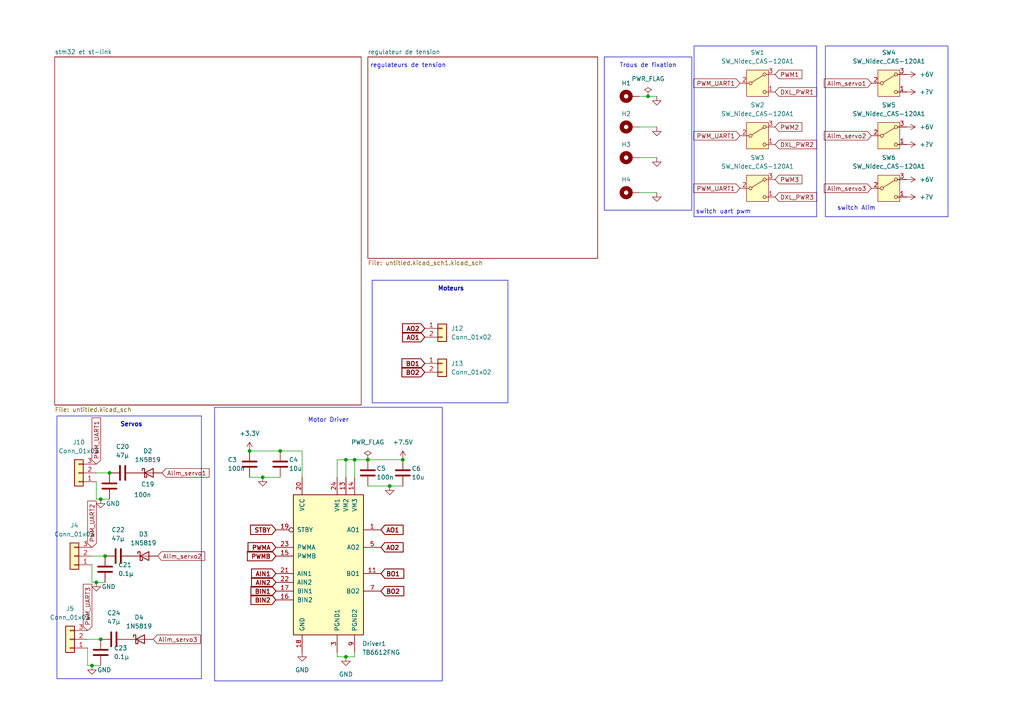
<source format=kicad_sch>
(kicad_sch (version 20250114) (generator "eeschema") (generator_version "9.0")
  (paper "A4")
  (title_block (title "pcb coupe de france servos et dc V1") (date "2025-06-24") (rev "Ouerfelli karim") (company "ARES"))
  (lib_symbols
    (symbol "Connector_Generic:Conn_01x02" (pin_names (offset 1.016) (hide yes))
      (property "Reference" "J" (at 0 2.54 0))
      (property "Value" "Conn_01x02" (at 0 -5.08 0))
      (symbol "Conn_01x02_1_1"
        (rectangle (start -1.27 1.27) (end 1.27 -3.81) (stroke (width 0.254)) (fill (type background)))
        (rectangle (start -1.27 0.127) (end 0 -0.127) (stroke (width 0.1524)))
        (rectangle (start -1.27 -2.413) (end 0 -2.667) (stroke (width 0.1524)))
        (pin passive line (at -5.08 0 0) (length 3.81) (name "Pin_1") (number "1"))
        (pin passive line (at -5.08 -2.54 0) (length 3.81) (name "Pin_2") (number "2"))
      )
    )
    (symbol "Connector_Generic:Conn_01x03" (pin_names (offset 1.016) (hide yes))
      (property "Reference" "J" (at 0 5.08 0))
      (property "Value" "Conn_01x03" (at 0 -5.08 0))
      (symbol "Conn_01x03_1_1"
        (rectangle (start -1.27 3.81) (end 1.27 -3.81) (stroke (width 0.254)) (fill (type background)))
        (rectangle (start -1.27 2.667) (end 0 2.413) (stroke (width 0.1524)))
        (rectangle (start -1.27 0.127) (end 0 -0.127) (stroke (width 0.1524)))
        (rectangle (start -1.27 -2.413) (end 0 -2.667) (stroke (width 0.1524)))
        (pin passive line (at -5.08 2.54 0) (length 3.81) (name "Pin_1") (number "1"))
        (pin passive line (at -5.08 0 0) (length 3.81) (name "Pin_2") (number "2"))
        (pin passive line (at -5.08 -2.54 0) (length 3.81) (name "Pin_3") (number "3"))
      )
    )
    (symbol "Device:C" (pin_numbers (hide yes)) (pin_names (offset 0.254))
      (property "Reference" "C" (at 0.635 2.54 0))
      (property "Value" "C" (at 0.635 -2.54 0))
      (symbol "C_0_1"
        (polyline (pts (xy -2.032 0.762) (xy 2.032 0.762)) (stroke (width 0.508)))
        (polyline (pts (xy -2.032 -0.762) (xy 2.032 -0.762)) (stroke (width 0.508)))
      )
      (symbol "C_1_1"
        (pin passive line (at 0 3.81 270) (length 2.794) (name "~") (number "1"))
        (pin passive line (at 0 -3.81 90) (length 2.794) (name "~") (number "2"))
      )
    )
    (symbol "Diode:1N5819" (pin_numbers (hide yes)) (pin_names (offset 1.016) (hide yes))
      (property "Reference" "D" (at 0 2.54 0))
      (property "Value" "1N5819" (at 0 -2.54 0))
      (symbol "1N5819_0_1"
        (polyline (pts (xy -1.905 0.635) (xy -1.905 1.27) (xy -1.27 1.27) (xy -1.27 -1.27) (xy -0.635 -1.27) (xy -0.635 -0.635)) (stroke (width 0.254)))
        (polyline (pts (xy 1.27 1.27) (xy 1.27 -1.27) (xy -1.27 0) (xy 1.27 1.27)) (stroke (width 0.254)))
        (polyline (pts (xy 1.27 0) (xy -1.27 0)))
      )
      (symbol "1N5819_1_1"
        (pin passive line (at -3.81 0 0) (length 2.54) (name "K") (number "1"))
        (pin passive line (at 3.81 0 180) (length 2.54) (name "A") (number "2"))
      )
    )
    (symbol "Driver_Motor:TB6612FNG" (pin_names (offset 1.016))
      (property "Reference" "U" (at 11.43 17.78 0))
      (property "Value" "TB6612FNG" (at 11.43 15.24 0))
      (symbol "TB6612FNG_0_1"
        (rectangle (start -10.16 20.32) (end 10.16 -20.32) (stroke (width 0.254)) (fill (type background)))
      )
      (symbol "TB6612FNG_1_1"
        (pin input inverted (at -15.24 10.16 0) (length 5.08) (name "STBY") (number "19"))
        (pin input line (at -15.24 5.08 0) (length 5.08) (name "PWMA") (number "23"))
        (pin input line (at -15.24 2.54 0) (length 5.08) (name "PWMB") (number "15"))
        (pin input line (at -15.24 -2.54 0) (length 5.08) (name "AIN1") (number "21"))
        (pin input line (at -15.24 -5.08 0) (length 5.08) (name "AIN2") (number "22"))
        (pin input line (at -15.24 -7.62 0) (length 5.08) (name "BIN1") (number "17"))
        (pin input line (at -15.24 -10.16 0) (length 5.08) (name "BIN2") (number "16"))
        (pin power_in line (at -7.62 25.4 270) (length 5.08) (name "VCC") (number "20"))
        (pin power_in line (at -7.62 -25.4 90) (length 5.08) (name "GND") (number "18"))
        (pin power_in line (at 2.54 25.4 270) (length 5.08) (name "VM1") (number "24"))
        (pin power_in line (at 2.54 -25.4 90) (length 5.08) (name "PGND1") (number "3"))
        (pin passive line (at 2.54 -25.4 90) (length 5.08) (hide yes) (name "PGND1") (number "4"))
        (pin power_in line (at 5.08 25.4 270) (length 5.08) (name "VM2") (number "13"))
        (pin power_in line (at 7.62 25.4 270) (length 5.08) (name "VM3") (number "14"))
        (pin passive line (at 7.62 -25.4 90) (length 5.08) (hide yes) (name "PGND2") (number "10"))
        (pin power_in line (at 7.62 -25.4 90) (length 5.08) (name "PGND2") (number "9"))
        (pin output line (at 15.24 10.16 180) (length 5.08) (name "AO1") (number "1"))
        (pin passive line (at 15.24 10.16 180) (length 5.08) (hide yes) (name "AO1") (number "2"))
        (pin output line (at 15.24 5.08 180) (length 5.08) (name "AO2") (number "5"))
        (pin passive line (at 15.24 5.08 180) (length 5.08) (hide yes) (name "AO2") (number "6"))
        (pin output line (at 15.24 -2.54 180) (length 5.08) (name "BO1") (number "11"))
        (pin passive line (at 15.24 -2.54 180) (length 5.08) (hide yes) (name "BO1") (number "12"))
        (pin output line (at 15.24 -7.62 180) (length 5.08) (name "BO2") (number "7"))
        (pin passive line (at 15.24 -7.62 180) (length 5.08) (hide yes) (name "BO2") (number "8"))
      )
    )
    (symbol "MountingHole_Pad_2" (pin_numbers (hide yes)) (pin_names (offset 1.016) (hide yes)) (exclude_from_sim yes) (in_bom no)
      (property "Reference" "H1" (at 2.54 2.5401 0))
      (property "Value" "MountingHole_Pad" (at 2.54 0.0001 0))
      (symbol "MountingHole_Pad_2_0_1"
        (circle (center 0 1.27) (radius 1.27) (stroke (width 1.27)))
      )
      (symbol "MountingHole_Pad_2_1_1"
        (pin input line (at 0 -2.54 90) (length 2.54) (name "1") (number "1"))
      )
    )
    (symbol "Switch:SW_Nidec_CAS-120A1" (pin_names (offset 1) (hide yes))
      (property "Reference" "SW" (at 0 4.318 0))
      (property "Value" "SW_Nidec_CAS-120A1" (at 0 -5.08 0))
      (symbol "SW_Nidec_CAS-120A1_0_1"
        (circle (center -2.032 0) (radius 0.4572))
        (polyline (pts (xy -1.651 0.254) (xy 1.651 2.286)))
        (circle (center 2.032 2.54) (radius 0.4572))
        (circle (center 2.032 -2.54) (radius 0.4572))
      )
      (symbol "SW_Nidec_CAS-120A1_1_1"
        (rectangle (start -3.175 3.81) (end 3.175 -3.81) (fill (type background)))
        (pin passive line (at -5.08 0 0) (length 2.54) (name "B") (number "2"))
        (pin passive line (at 5.08 2.54 180) (length 2.54) (name "A") (number "3"))
        (pin passive line (at 5.08 -2.54 180) (length 2.54) (name "C") (number "1"))
      )
    )
    (symbol "power:+3.3V" (power) (pin_numbers (hide yes)) (pin_names (offset 0) (hide yes))
      (property "Value" "+3.3V" (at 0 3.556 0))
      (symbol "+3.3V_0_1"
        (polyline (pts (xy -0.762 1.27) (xy 0 2.54)))
        (polyline (pts (xy 0 2.54) (xy 0.762 1.27)))
        (polyline (pts (xy 0 0) (xy 0 2.54)))
      )
      (symbol "+3.3V_1_1"
        (pin power_in line (at 0 0 90) (length 0) (name "~") (number "1"))
      )
    )
    (symbol "power:+7.5V" (power) (pin_numbers (hide yes)) (pin_names (offset 0) (hide yes))
      (property "Value" "+7.5V" (at 0 3.556 0))
      (symbol "+7.5V_0_1"
        (polyline (pts (xy -0.762 1.27) (xy 0 2.54)))
        (polyline (pts (xy 0 2.54) (xy 0.762 1.27)))
        (polyline (pts (xy 0 0) (xy 0 2.54)))
      )
      (symbol "+7.5V_1_1"
        (pin power_in line (at 0 0 90) (length 0) (name "~") (number "1"))
      )
    )
    (symbol "power:GND" (power) (pin_numbers (hide yes)) (pin_names (offset 0) (hide yes))
      (property "Value" "GND" (at 0 -3.81 0))
      (symbol "GND_0_1"
        (polyline (pts (xy 0 0) (xy 0 -1.27) (xy 1.27 -1.27) (xy 0 -2.54) (xy -1.27 -1.27) (xy 0 -1.27)))
      )
      (symbol "GND_1_1"
        (pin power_in line (at 0 0 270) (length 0) (name "~") (number "1"))
      )
    )
    (symbol "power:PWR_FLAG" (power) (pin_numbers (hide yes)) (pin_names (offset 0) (hide yes))
      (property "Value" "PWR_FLAG" (at 0 3.81 0))
      (symbol "PWR_FLAG_0_0"
        (pin power_out line (at 0 0 90) (length 0) (name "~") (number "1"))
      )
      (symbol "PWR_FLAG_0_1"
        (polyline (pts (xy 0 0) (xy 0 1.27) (xy -1.016 1.905) (xy 0 2.54) (xy 1.016 1.905) (xy 0 1.27)))
      )
    )
  )
  (rectangle (start 62.23 118.11) (end 128.27 197.485))
  (rectangle (start 107.95 81.28) (end 147.32 116.84))
  (rectangle (start 201.295 13.335) (end 236.855 62.865))
  (rectangle (start 175.26 16.51) (end 200.66 60.96))
  (rectangle (start 239.395 13.335) (end 274.955 62.865))
  (rectangle (start 16.51 120.65) (end 58.42 196.85))
  (text "Trous de fixation\n" (at 187.96 19.05 0) (effects (font (size 1.27 1.27))))
  (text "switch uart pwm \n" (at 210.312 61.468 0) (effects (font (size 1.27 1.27))))
  (text "Servos" (at 38.1 123.19 0) (effects (font (size 1.27 1.27) (thickness 0.254) (bold yes))))
  (text "switch Alim\n\n" (at 248.412 61.468 0) (effects (font (size 1.27 1.27))))
  (text "regulateurs de tension \n" (at 118.872 19.05 0) (effects (font (size 1.27 1.27))))
  (text "Moteurs\n" (at 130.81 83.82 0) (effects (font (size 1.27 1.27) (thickness 0.254) (bold yes))))
  (text "Motor Driver\n" (at 95.25 121.92 0) (effects (font (size 1.27 1.27))))
  (junction (at 76.2 138.43))
  (junction (at 31.75 137.16))
  (junction (at 29.21 144.78))
  (junction (at 106.68 133.35))
  (junction (at 27.94 168.91))
  (junction (at 72.39 130.81))
  (junction (at 100.33 190.5))
  (junction (at 113.03 140.97))
  (junction (at 187.96 27.94))
  (junction (at 100.33 133.35))
  (junction (at 81.28 130.81))
  (junction (at 26.67 193.04))
  (junction (at 30.48 161.29))
  (junction (at 29.21 185.42))
  (junction (at 116.84 133.35))
  (junction (at 102.87 133.35))
  (wire (pts (xy 102.87 133.35) (xy 102.87 138.43)))
  (wire (pts (xy 106.68 140.97) (xy 113.03 140.97)))
  (wire (pts (xy 97.79 133.35) (xy 100.33 133.35)))
  (wire (pts (xy 25.4 193.04) (xy 26.67 193.04)))
  (wire (pts (xy 113.03 140.97) (xy 116.84 140.97)))
  (wire (pts (xy 26.67 193.04) (xy 29.21 193.04)))
  (wire (pts (xy 25.4 185.42) (xy 29.21 185.42)))
  (wire (pts (xy 27.94 144.78) (xy 29.21 144.78)))
  (wire (pts (xy 185.42 55.88) (xy 190.5 55.88)))
  (wire (pts (xy 27.94 137.16) (xy 31.75 137.16)))
  (wire (pts (xy 106.68 133.35) (xy 116.84 133.35)))
  (wire (pts (xy 102.87 133.35) (xy 106.68 133.35)))
  (wire (pts (xy 185.42 27.94) (xy 187.96 27.94)))
  (wire (pts (xy 187.96 27.94) (xy 190.5 27.94)))
  (wire (pts (xy 97.79 189.23) (xy 97.79 190.5)))
  (wire (pts (xy 185.42 36.83) (xy 190.5 36.83)))
  (wire (pts (xy 100.33 133.35) (xy 100.33 138.43)))
  (wire (pts (xy 26.67 168.91) (xy 27.94 168.91)))
  (wire (pts (xy 72.39 138.43) (xy 76.2 138.43)))
  (wire (pts (xy 100.33 190.5) (xy 102.87 190.5)))
  (wire (pts (xy 26.67 161.29) (xy 30.48 161.29)))
  (wire (pts (xy 26.67 163.83) (xy 26.67 168.91)))
  (wire (pts (xy 87.63 130.81) (xy 87.63 138.43)))
  (wire (pts (xy 72.39 130.81) (xy 81.28 130.81)))
  (wire (pts (xy 87.63 130.81) (xy 81.28 130.81)))
  (wire (pts (xy 97.79 133.35) (xy 97.79 138.43)))
  (wire (pts (xy 29.21 144.78) (xy 31.75 144.78)))
  (wire (pts (xy 25.4 187.96) (xy 25.4 193.04)))
  (wire (pts (xy 97.79 190.5) (xy 100.33 190.5)))
  (wire (pts (xy 27.94 168.91) (xy 30.48 168.91)))
  (wire (pts (xy 76.2 138.43) (xy 81.28 138.43)))
  (wire (pts (xy 185.42 45.72) (xy 190.5 45.72)))
  (wire (pts (xy 102.87 189.23) (xy 102.87 190.5)))
  (wire (pts (xy 100.33 133.35) (xy 102.87 133.35)))
  (wire (pts (xy 27.94 139.7) (xy 27.94 144.78)))
  (global_label "AO1" (shape input) (at 123.19 97.79 180) (effects (font (thickness 0.254) (bold yes))) (property "Intersheetrefs" "${INTERSHEET_REFS}" (effects (hide yes))))
  (global_label "PWM_UART1" (shape input) (at 214.63 24.13 180) (property "Intersheetrefs" "${INTERSHEET_REFS}" (effects (hide yes))))
  (global_label "AO2" (shape input) (at 110.49 158.75 0) (effects (font (thickness 0.254) (bold yes))) (property "Intersheetrefs" "${INTERSHEET_REFS}" (effects (hide yes))))
  (global_label "DXL_PWR1" (shape input) (at 224.79 26.67 0) (property "Intersheetrefs" "${INTERSHEET_REFS}" (effects (hide yes))))
  (global_label "Alim_servo3" (shape input) (at 252.73 54.61 180) (property "Intersheetrefs" "${INTERSHEET_REFS}" (effects (hide yes))))
  (global_label "PWM_UART1" (shape input) (at 214.63 39.37 180) (property "Intersheetrefs" "${INTERSHEET_REFS}" (effects (hide yes))))
  (global_label "STBY" (shape input) (at 80.01 153.67 180) (effects (font (thickness 0.254) (bold yes))) (property "Intersheetrefs" "${INTERSHEET_REFS}" (effects (hide yes))))
  (global_label "Alim_servo3" (shape input) (at 44.45 185.42 0) (property "Intersheetrefs" "${INTERSHEET_REFS}" (effects (hide yes))))
  (global_label "PWM3" (shape input) (at 224.79 52.07 0) (property "Intersheetrefs" "${INTERSHEET_REFS}" (effects (hide yes))))
  (global_label "Alim_servo1" (shape input) (at 252.73 24.13 180) (property "Intersheetrefs" "${INTERSHEET_REFS}" (effects (hide yes))))
  (global_label "PWM_UART1" (shape input) (at 27.94 134.62 90) (property "Intersheetrefs" "${INTERSHEET_REFS}" (effects (hide yes))))
  (global_label "PWM_UART1" (shape input) (at 214.63 54.61 180) (property "Intersheetrefs" "${INTERSHEET_REFS}" (effects (hide yes))))
  (global_label "BO2" (shape input) (at 110.49 171.45 0) (effects (font (thickness 0.254) (bold yes))) (property "Intersheetrefs" "${INTERSHEET_REFS}" (effects (hide yes))))
  (global_label "BO2" (shape input) (at 123.19 107.95 180) (effects (font (thickness 0.254) (bold yes))) (property "Intersheetrefs" "${INTERSHEET_REFS}" (effects (hide yes))))
  (global_label "PWM2" (shape input) (at 224.79 36.83 0) (property "Intersheetrefs" "${INTERSHEET_REFS}" (effects (hide yes))))
  (global_label "PWM_UART2" (shape input) (at 26.67 158.75 90) (property "Intersheetrefs" "${INTERSHEET_REFS}" (effects (hide yes))))
  (global_label "BIN1" (shape input) (at 80.01 171.45 180) (effects (font (thickness 0.254) (bold yes))) (property "Intersheetrefs" "${INTERSHEET_REFS}" (effects (hide yes))))
  (global_label "PWM_UART3" (shape input) (at 25.4 182.88 90) (property "Intersheetrefs" "${INTERSHEET_REFS}" (effects (hide yes))))
  (global_label "PWM1" (shape input) (at 224.79 21.59 0) (property "Intersheetrefs" "${INTERSHEET_REFS}" (effects (hide yes))))
  (global_label "DXL_PWR2" (shape input) (at 224.79 41.91 0) (property "Intersheetrefs" "${INTERSHEET_REFS}" (effects (hide yes))))
  (global_label "BIN2" (shape input) (at 80.01 173.99 180) (effects (font (thickness 0.254) (bold yes))) (property "Intersheetrefs" "${INTERSHEET_REFS}" (effects (hide yes))))
  (global_label "Alim_servo2" (shape input) (at 252.73 39.37 180) (property "Intersheetrefs" "${INTERSHEET_REFS}" (effects (hide yes))))
  (global_label "Alim_servo1" (shape input) (at 46.99 137.16 0) (property "Intersheetrefs" "${INTERSHEET_REFS}" (effects (hide yes))))
  (global_label "AO2" (shape input) (at 123.19 95.25 180) (effects (font (thickness 0.254) (bold yes))) (property "Intersheetrefs" "${INTERSHEET_REFS}" (effects (hide yes))))
  (global_label "PWMA" (shape input) (at 80.01 158.75 180) (effects (font (thickness 0.254) (bold yes))) (property "Intersheetrefs" "${INTERSHEET_REFS}" (effects (hide yes))))
  (global_label "AIN2" (shape input) (at 80.01 168.91 180) (effects (font (thickness 0.254) (bold yes))) (property "Intersheetrefs" "${INTERSHEET_REFS}" (effects (hide yes))))
  (global_label "PWMB" (shape input) (at 80.01 161.29 180) (effects (font (thickness 0.254) (bold yes))) (property "Intersheetrefs" "${INTERSHEET_REFS}" (effects (hide yes))))
  (global_label "DXL_PWR3" (shape input) (at 224.79 57.15 0) (property "Intersheetrefs" "${INTERSHEET_REFS}" (effects (hide yes))))
  (global_label "BO1" (shape input) (at 123.19 105.41 180) (effects (font (thickness 0.254) (bold yes))) (property "Intersheetrefs" "${INTERSHEET_REFS}" (effects (hide yes))))
  (global_label "BO1" (shape input) (at 110.49 166.37 0) (effects (font (thickness 0.254) (bold yes))) (property "Intersheetrefs" "${INTERSHEET_REFS}" (effects (hide yes))))
  (global_label "AO1" (shape input) (at 110.49 153.67 0) (effects (font (thickness 0.254) (bold yes))) (property "Intersheetrefs" "${INTERSHEET_REFS}" (effects (hide yes))))
  (global_label "AIN1" (shape input) (at 80.01 166.37 180) (effects (font (thickness 0.254) (bold yes))) (property "Intersheetrefs" "${INTERSHEET_REFS}" (effects (hide yes))))
  (global_label "Alim_servo2" (shape input) (at 45.72 161.29 0) (property "Intersheetrefs" "${INTERSHEET_REFS}" (effects (hide yes))))
  (symbol (lib_id "Connector_Generic:Conn_01x03") (at 21.59 161.29 180) (unit 1)
    (property "Reference" "J4" (at 21.59 152.4 0))
    (property "Value" "Conn_01x03" (at 21.59 154.94 0))
    (property "Footprint" "Connector_JST:JST_XH_B3B-XH-A_1x03_P2.50mm_Vertical" (effects (hide yes)))
    (property "Description" "Generic connector, single row, 01x03, script generated (kicad-library-utils/schlib/autogen/connector/)" (effects (hide yes)))
  )
  (symbol (lib_id "power:GND") (at 27.94 168.91 0) (unit 1)
    (property "Reference" "#PWR04" (effects (hide yes)))
    (property "Value" "GND" (at 31.496 170.18 0))
    (property "Description" "Power symbol creates a global label with name \"GND\" , ground" (effects (hide yes)))
  )
  (symbol (lib_id "Connector_Generic:Conn_01x03") (at 20.32 185.42 180) (unit 1)
    (property "Reference" "J5" (at 20.32 176.53 0))
    (property "Value" "Conn_01x03" (at 20.32 179.07 0))
    (property "Footprint" "Connector_JST:JST_XH_B3B-XH-A_1x03_P2.50mm_Vertical" (effects (hide yes)))
    (property "Description" "Generic connector, single row, 01x03, script generated (kicad-library-utils/schlib/autogen/connector/)" (effects (hide yes)))
  )
  (symbol (lib_id "Device:C") (at 106.68 137.16 0) (unit 1)
    (property "Reference" "C5" (at 109.22 135.89 0) (effects (justify left)))
    (property "Value" "100n" (at 109.22 138.43 0) (effects (justify left)))
    (property "Footprint" "Capacitor_SMD:C_0402_1005Metric" (effects (hide yes)))
    (property "Description" "Unpolarized capacitor" (effects (hide yes)))
  )
  (symbol (lib_id "power:GND") (at 26.67 193.04 0) (unit 1)
    (property "Reference" "#PWR014" (effects (hide yes)))
    (property "Value" "GND" (at 30.226 194.31 0))
    (property "Description" "Power symbol creates a global label with name \"GND\" , ground" (effects (hide yes)))
  )
  (symbol (lib_name "MountingHole_Pad_2") (lib_id "Mechanical:MountingHole_Pad") (at 182.88 55.88 90) (unit 1) (exclude_from_sim yes) (in_bom no)
    (property "Reference" "H4" (at 181.61 52.07 90))
    (property "Value" "MountingHole_Pad" (effects (hide yes)))
    (property "Footprint" "MountingHole:MountingHole_2.7mm_M2.5_Pad" (effects (hide yes)))
    (property "Description" "Mounting Hole with connection" (effects (hide yes)))
  )
  (symbol (lib_id "power:PWR_FLAG") (at 187.96 27.94 0) (unit 1)
    (property "Reference" "#FLG01" (effects (hide yes)))
    (property "Value" "PWR_FLAG" (at 187.96 22.86 0))
    (property "Description" "Special symbol for telling ERC where power comes from" (effects (hide yes)))
  )
  (symbol (lib_id "Device:C") (at 72.39 134.62 0) (unit 1)
    (property "Reference" "C3" (at 66.04 133.35 0) (effects (justify left)))
    (property "Value" "100n" (at 66.04 135.89 0) (effects (justify left)))
    (property "Footprint" "Capacitor_SMD:C_0402_1005Metric" (effects (hide yes)))
    (property "Description" "Unpolarized capacitor" (effects (hide yes)))
  )
  (symbol (lib_id "power:GND") (at 190.5 45.72 0) (unit 1)
    (property "Reference" "#PWR013" (effects (hide yes)))
    (property "Value" "GND" (effects (hide yes)))
    (property "Description" "Power symbol creates a global label with name \"GND\" , ground" (effects (hide yes)))
  )
  (symbol (lib_id "power:+7.5V") (at 116.84 133.35 0) (unit 1)
    (property "Reference" "#PWR025" (effects (hide yes)))
    (property "Value" "+7.5V" (at 116.84 128.27 0))
    (property "Description" "Power symbol creates a global label with name \"+7.5V\"" (effects (hide yes)))
  )
  (symbol (lib_id "power:PWR_FLAG") (at 106.68 133.35 0) (unit 1)
    (property "Reference" "#FLG03" (effects (hide yes)))
    (property "Value" "PWR_FLAG" (at 106.68 128.27 0))
    (property "Description" "Special symbol for telling ERC where power comes from" (effects (hide yes)))
  )
  (symbol (lib_id "Switch:SW_Nidec_CAS-120A1") (at 219.71 24.13 0) (unit 1)
    (property "Reference" "SW1" (at 219.71 15.24 0))
    (property "Value" "SW_Nidec_CAS-120A1" (at 219.71 17.78 0))
    (property "Footprint" "Button_Switch_SMD:Nidec_Copal_CAS-120A" (effects (hide yes)))
    (property "Datasheet" "https://www.nidec-components.com/e/catalog/switch/cas.pdf" (effects (hide yes)))
    (property "Description" "Switch, single pole double throw" (effects (hide yes)))
  )
  (symbol (lib_name "MountingHole_Pad_2") (lib_id "Mechanical:MountingHole_Pad") (at 182.88 45.72 90) (unit 1) (exclude_from_sim yes) (in_bom no)
    (property "Reference" "H3" (at 181.61 41.91 90))
    (property "Value" "MountingHole_Pad" (effects (hide yes)))
    (property "Footprint" "MountingHole:MountingHole_2.7mm_M2.5_Pad" (effects (hide yes)))
    (property "Description" "Mounting Hole with connection" (effects (hide yes)))
  )
  (symbol (lib_id "Switch:SW_Nidec_CAS-120A1") (at 219.71 39.37 0) (unit 1)
    (property "Reference" "SW2" (at 219.71 30.48 0))
    (property "Value" "SW_Nidec_CAS-120A1" (at 219.71 33.02 0))
    (property "Footprint" "Button_Switch_SMD:Nidec_Copal_CAS-120A" (effects (hide yes)))
    (property "Datasheet" "https://www.nidec-components.com/e/catalog/switch/cas.pdf" (effects (hide yes)))
    (property "Description" "Switch, single pole double throw" (effects (hide yes)))
  )
  (symbol (lib_id "power:+7.5V") (at 262.89 26.67 270) (unit 1)
    (property "Reference" "#PWR031" (effects (hide yes)))
    (property "Value" "+?V" (at 266.7 26.6699 90) (effects (justify left)))
    (property "Description" "Power symbol creates a global label with name \"+7.5V\"" (effects (hide yes)))
  )
  (symbol (lib_id "Diode:1N5819") (at 41.91 161.29 0) (unit 1)
    (property "Reference" "D3" (at 41.5925 154.94 0))
    (property "Value" "1N5819" (at 41.5925 157.48 0))
    (property "Footprint" "Diode_THT:D_DO-41_SOD81_P10.16mm_Horizontal" (effects (hide yes)))
    (property "Datasheet" "http://www.vishay.com/docs/88525/1n5817.pdf" (effects (hide yes)))
    (property "Description" "40V 1A Schottky Barrier Rectifier Diode, DO-41" (effects (hide yes)))
  )
  (symbol (lib_id "Device:C") (at 29.21 189.23 0) (unit 1)
    (property "Reference" "C23" (at 33.02 187.9599 0) (effects (justify left)))
    (property "Value" "0.1µ" (at 33.02 190.4999 0) (effects (justify left)))
    (property "Footprint" "Capacitor_SMD:C_0603_1608Metric" (effects (hide yes)))
    (property "Description" "Unpolarized capacitor" (effects (hide yes)))
  )
  (symbol (lib_id "Diode:1N5819") (at 40.64 185.42 0) (unit 1)
    (property "Reference" "D4" (at 40.3225 179.07 0))
    (property "Value" "1N5819" (at 40.3225 181.61 0))
    (property "Footprint" "Diode_THT:D_DO-41_SOD81_P10.16mm_Horizontal" (effects (hide yes)))
    (property "Datasheet" "http://www.vishay.com/docs/88525/1n5817.pdf" (effects (hide yes)))
    (property "Description" "40V 1A Schottky Barrier Rectifier Diode, DO-41" (effects (hide yes)))
  )
  (symbol (lib_id "Device:C") (at 81.28 134.62 0) (unit 1)
    (property "Reference" "C4" (at 83.82 133.35 0) (effects (justify left)))
    (property "Value" "10u" (at 83.82 135.89 0) (effects (justify left)))
    (property "Footprint" "Capacitor_SMD:C_0805_2012Metric" (effects (hide yes)))
    (property "Description" "Unpolarized capacitor" (effects (hide yes)))
  )
  (symbol (lib_id "Driver_Motor:TB6612FNG") (at 95.25 163.83 0) (unit 1)
    (property "Reference" "Driver1" (at 105.0641 186.69 0) (effects (justify left)))
    (property "Value" "TB6612FNG" (at 105.0641 189.23 0) (effects (justify left)))
    (property "Footprint" "Package_SO:SSOP-24_5.3x8.2mm_P0.65mm" (effects (hide yes)))
    (property "Datasheet" "https://toshiba.semicon-storage.com/us/product/linear/motordriver/detail.TB6612FNG.html" (effects (hide yes)))
    (property "Description" "Driver IC for Dual DC motor, SSOP-24" (effects (hide yes)))
  )
  (symbol (lib_id "power:GND") (at 76.2 138.43 0) (unit 1)
    (property "Reference" "#PWR019" (effects (hide yes)))
    (property "Value" "GND" (effects (hide yes)))
    (property "Description" "Power symbol creates a global label with name \"GND\" , ground" (effects (hide yes)))
  )
  (symbol (lib_id "Connector_Generic:Conn_01x03") (at 22.86 137.16 180) (unit 1)
    (property "Reference" "J10" (at 22.86 128.27 0))
    (property "Value" "Conn_01x03" (at 22.86 130.81 0))
    (property "Footprint" "Connector_JST:JST_XH_B3B-XH-A_1x03_P2.50mm_Vertical" (effects (hide yes)))
    (property "Description" "Generic connector, single row, 01x03, script generated (kicad-library-utils/schlib/autogen/connector/)" (effects (hide yes)))
  )
  (symbol (lib_name "MountingHole_Pad_2") (lib_id "Mechanical:MountingHole_Pad") (at 182.88 27.94 90) (unit 1) (exclude_from_sim yes) (in_bom no)
    (property "Reference" "H1" (at 181.61 24.13 90))
    (property "Value" "MountingHole_Pad" (effects (hide yes)))
    (property "Footprint" "MountingHole:MountingHole_2.7mm_M2.5_Pad" (effects (hide yes)))
    (property "Description" "Mounting Hole with connection" (effects (hide yes)))
  )
  (symbol (lib_id "power:GND") (at 190.5 36.83 0) (unit 1)
    (property "Reference" "#PWR011" (effects (hide yes)))
    (property "Value" "GND" (effects (hide yes)))
    (property "Description" "Power symbol creates a global label with name \"GND\" , ground" (effects (hide yes)))
  )
  (symbol (lib_id "Diode:1N5819") (at 43.18 137.16 0) (unit 1)
    (property "Reference" "D2" (at 42.8625 130.81 0))
    (property "Value" "1N5819" (at 42.8625 133.35 0))
    (property "Footprint" "Diode_THT:D_DO-41_SOD81_P10.16mm_Horizontal" (effects (hide yes)))
    (property "Datasheet" "http://www.vishay.com/docs/88525/1n5817.pdf" (effects (hide yes)))
    (property "Description" "40V 1A Schottky Barrier Rectifier Diode, DO-41" (effects (hide yes)))
  )
  (symbol (lib_id "Switch:SW_Nidec_CAS-120A1") (at 257.81 39.37 0) (unit 1)
    (property "Reference" "SW5" (at 257.81 30.48 0))
    (property "Value" "SW_Nidec_CAS-120A1" (at 257.81 33.02 0))
    (property "Footprint" "Button_Switch_SMD:Nidec_Copal_CAS-120A" (effects (hide yes)))
    (property "Datasheet" "https://www.nidec-components.com/e/catalog/switch/cas.pdf" (effects (hide yes)))
    (property "Description" "Switch, single pole double throw" (effects (hide yes)))
  )
  (symbol (lib_id "Switch:SW_Nidec_CAS-120A1") (at 219.71 54.61 0) (unit 1)
    (property "Reference" "SW3" (at 219.71 45.72 0))
    (property "Value" "SW_Nidec_CAS-120A1" (at 219.71 48.26 0))
    (property "Footprint" "Button_Switch_SMD:Nidec_Copal_CAS-120A" (effects (hide yes)))
    (property "Datasheet" "https://www.nidec-components.com/e/catalog/switch/cas.pdf" (effects (hide yes)))
    (property "Description" "Switch, single pole double throw" (effects (hide yes)))
  )
  (symbol (lib_id "power:+7.5V") (at 262.89 36.83 270) (unit 1)
    (property "Reference" "#PWR015" (effects (hide yes)))
    (property "Value" "+6V" (at 266.7 36.8299 90) (effects (justify left)))
    (property "Description" "Power symbol creates a global label with name \"+7.5V\"" (effects (hide yes)))
  )
  (symbol (lib_id "power:GND") (at 190.5 27.94 0) (unit 1)
    (property "Reference" "#PWR010" (effects (hide yes)))
    (property "Value" "GND" (effects (hide yes)))
    (property "Description" "Power symbol creates a global label with name \"GND\" , ground" (effects (hide yes)))
  )
  (symbol (lib_id "power:+7.5V") (at 262.89 21.59 270) (unit 1)
    (property "Reference" "#PWR05" (effects (hide yes)))
    (property "Value" "+6V" (at 266.7 21.5899 90) (effects (justify left)))
    (property "Description" "Power symbol creates a global label with name \"+7.5V\"" (effects (hide yes)))
  )
  (symbol (lib_id "Connector_Generic:Conn_01x02") (at 128.27 105.41 0) (unit 1)
    (property "Reference" "J13" (at 130.81 105.4099 0) (effects (justify left)))
    (property "Value" "Conn_01x02" (at 130.81 107.9499 0) (effects (justify left)))
    (property "Footprint" "Connector_JST:JST_XH_B2B-XH-A_1x02_P2.50mm_Vertical" (effects (hide yes)))
    (property "Description" "Generic connector, single row, 01x02, script generated (kicad-library-utils/schlib/autogen/connector/)" (effects (hide yes)))
  )
  (symbol (lib_id "Device:C") (at 35.56 137.16 90) (unit 1)
    (property "Reference" "C20" (at 35.56 129.54 90))
    (property "Value" "47µ" (at 35.56 132.08 90))
    (property "Footprint" "Capacitor_SMD:CP_Elec_6.3x5.7" (effects (hide yes)))
    (property "Description" "Unpolarized capacitor" (effects (hide yes)))
  )
  (symbol (lib_id "power:GND") (at 100.33 190.5 0) (unit 1)
    (property "Reference" "#PWR023" (effects (hide yes)))
    (property "Value" "GND" (at 100.33 195.58 0))
    (property "Description" "Power symbol creates a global label with name \"GND\" , ground" (effects (hide yes)))
  )
  (symbol (lib_id "Connector_Generic:Conn_01x02") (at 128.27 95.25 0) (unit 1)
    (property "Reference" "J12" (at 130.81 95.2499 0) (effects (justify left)))
    (property "Value" "Conn_01x02" (at 130.81 97.7899 0) (effects (justify left)))
    (property "Footprint" "Connector_JST:JST_XH_B2B-XH-A_1x02_P2.50mm_Vertical" (effects (hide yes)))
    (property "Description" "Generic connector, single row, 01x02, script generated (kicad-library-utils/schlib/autogen/connector/)" (effects (hide yes)))
  )
  (symbol (lib_id "Device:C") (at 116.84 137.16 0) (unit 1)
    (property "Reference" "C6" (at 119.38 135.89 0) (effects (justify left)))
    (property "Value" "10u" (at 119.38 138.43 0) (effects (justify left)))
    (property "Footprint" "Capacitor_SMD:C_0805_2012Metric" (effects (hide yes)))
    (property "Description" "Unpolarized capacitor" (effects (hide yes)))
  )
  (symbol (lib_id "power:+3.3V") (at 72.39 130.81 0) (unit 1)
    (property "Reference" "#PWR0101" (effects (hide yes)))
    (property "Value" "+3.3V" (at 72.39 125.73 0))
    (property "Description" "Power symbol creates a global label with name \"+3.3V\"" (effects (hide yes)))
  )
  (symbol (lib_id "power:GND") (at 113.03 140.97 0) (unit 1)
    (property "Reference" "#PWR024" (effects (hide yes)))
    (property "Value" "GND" (effects (hide yes)))
    (property "Description" "Power symbol creates a global label with name \"GND\" , ground" (effects (hide yes)))
  )
  (symbol (lib_id "Device:C") (at 33.02 185.42 90) (unit 1)
    (property "Reference" "C24" (at 33.02 177.8 90))
    (property "Value" "47µ" (at 33.02 180.34 90))
    (property "Footprint" "Capacitor_SMD:CP_Elec_6.3x5.7" (effects (hide yes)))
    (property "Description" "Unpolarized capacitor" (effects (hide yes)))
  )
  (symbol (lib_name "MountingHole_Pad_2") (lib_id "Mechanical:MountingHole_Pad") (at 182.88 36.83 90) (unit 1) (exclude_from_sim yes) (in_bom no)
    (property "Reference" "H2" (at 181.61 33.02 90))
    (property "Value" "MountingHole_Pad" (effects (hide yes)))
    (property "Footprint" "MountingHole:MountingHole_2.7mm_M2.5_Pad" (effects (hide yes)))
    (property "Description" "Mounting Hole with connection" (effects (hide yes)))
  )
  (symbol (lib_id "Device:C") (at 30.48 165.1 0) (unit 1)
    (property "Reference" "C21" (at 34.29 163.8299 0) (effects (justify left)))
    (property "Value" "0.1µ" (at 34.29 166.3699 0) (effects (justify left)))
    (property "Footprint" "Capacitor_SMD:C_0603_1608Metric" (effects (hide yes)))
    (property "Description" "Unpolarized capacitor" (effects (hide yes)))
  )
  (symbol (lib_id "power:+7.5V") (at 262.89 52.07 270) (unit 1)
    (property "Reference" "#PWR016" (effects (hide yes)))
    (property "Value" "+6V" (at 266.7 52.0699 90) (effects (justify left)))
    (property "Description" "Power symbol creates a global label with name \"+7.5V\"" (effects (hide yes)))
  )
  (symbol (lib_id "power:GND") (at 87.63 189.23 0) (unit 1)
    (property "Reference" "#PWR020" (effects (hide yes)))
    (property "Value" "GND" (at 87.63 194.31 0))
    (property "Description" "Power symbol creates a global label with name \"GND\" , ground" (effects (hide yes)))
  )
  (symbol (lib_id "power:GND") (at 190.5 55.88 0) (unit 1)
    (property "Reference" "#PWR035" (effects (hide yes)))
    (property "Value" "GND" (effects (hide yes)))
    (property "Description" "Power symbol creates a global label with name \"GND\" , ground" (effects (hide yes)))
  )
  (symbol (lib_id "power:+7.5V") (at 262.89 41.91 270) (unit 1)
    (property "Reference" "#PWR053" (effects (hide yes)))
    (property "Value" "+?V" (at 266.7 41.9099 90) (effects (justify left)))
    (property "Description" "Power symbol creates a global label with name \"+7.5V\"" (effects (hide yes)))
  )
  (symbol (lib_id "power:+7.5V") (at 262.89 57.15 270) (unit 1)
    (property "Reference" "#PWR054" (effects (hide yes)))
    (property "Value" "+?V" (at 266.7 57.1499 90) (effects (justify left)))
    (property "Description" "Power symbol creates a global label with name \"+7.5V\"" (effects (hide yes)))
  )
  (symbol (lib_id "Switch:SW_Nidec_CAS-120A1") (at 257.81 54.61 0) (unit 1)
    (property "Reference" "SW6" (at 257.81 45.72 0))
    (property "Value" "SW_Nidec_CAS-120A1" (at 257.81 48.26 0))
    (property "Footprint" "Button_Switch_SMD:Nidec_Copal_CAS-120A" (effects (hide yes)))
    (property "Datasheet" "https://www.nidec-components.com/e/catalog/switch/cas.pdf" (effects (hide yes)))
    (property "Description" "Switch, single pole double throw" (effects (hide yes)))
  )
  (symbol (lib_id "power:GND") (at 29.21 144.78 0) (unit 1)
    (property "Reference" "#PWR03" (effects (hide yes)))
    (property "Value" "GND" (at 32.766 146.05 0))
    (property "Description" "Power symbol creates a global label with name \"GND\" , ground" (effects (hide yes)))
  )
  (symbol (lib_id "Device:C") (at 34.29 161.29 90) (unit 1)
    (property "Reference" "C22" (at 34.29 153.67 90))
    (property "Value" "47µ" (at 34.29 156.21 90))
    (property "Footprint" "Capacitor_SMD:CP_Elec_6.3x5.7" (effects (hide yes)))
    (property "Description" "Unpolarized capacitor" (effects (hide yes)))
  )
  (symbol (lib_id "Switch:SW_Nidec_CAS-120A1") (at 257.81 24.13 0) (unit 1)
    (property "Reference" "SW4" (at 257.81 15.24 0))
    (property "Value" "SW_Nidec_CAS-120A1" (at 257.81 17.78 0))
    (property "Footprint" "Button_Switch_SMD:Nidec_Copal_CAS-120A" (effects (hide yes)))
    (property "Datasheet" "https://www.nidec-components.com/e/catalog/switch/cas.pdf" (effects (hide yes)))
    (property "Description" "Switch, single pole double throw" (effects (hide yes)))
  )
  (symbol (lib_id "Device:C") (at 31.75 140.97 0) (unit 1)
    (property "Reference" "C19" (at 40.894 140.462 0) (effects (justify left)))
    (property "Value" "100n" (at 38.862 143.51 0) (effects (justify left)))
    (property "Footprint" "Capacitor_SMD:C_0402_1005Metric" (effects (hide yes)))
    (property "Description" "Unpolarized capacitor" (effects (hide yes)))
  )
  (sheet (at 106.68 16.51) (size 66.675 58.42) (stroke (width 0.1524))
    (property "Sheetname" "regulateur de tension" (at 106.68 15.7984 0) (effects (justify left bottom)))
    (property "Sheetfile" "untitled.kicad_sch1.kicad_sch" (at 106.68 75.5146 0) (effects (justify left top)))
  )
  (sheet (at 15.875 16.51) (size 88.9 100.965) (stroke (width 0.1524))
    (property "Sheetname" "stm32 et st-link" (at 15.875 15.7984 0) (effects (justify left bottom)))
    (property "Sheetfile" "untitled.kicad_sch" (at 15.875 118.0596 0) (effects (justify left top)))
  )
)
</source>
